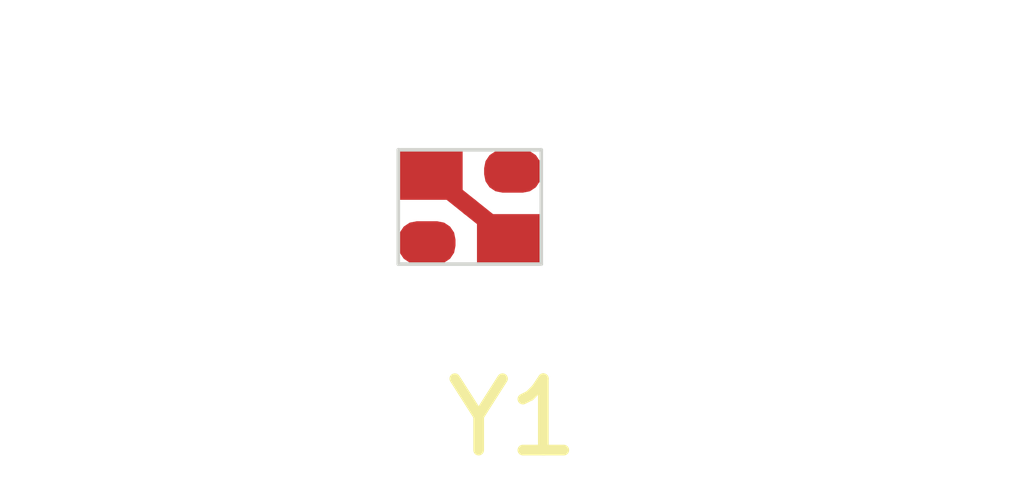
<source format=kicad_pcb>
(kicad_pcb (version 20171130) (host pcbnew "(5.1.5)-3")

  (general
    (thickness 1.6)
    (drawings 4)
    (tracks 2)
    (zones 0)
    (modules 1)
    (nets 5)
  )

  (page A4)
  (layers
    (0 F.Cu signal)
    (31 B.Cu signal)
    (32 B.Adhes user)
    (33 F.Adhes user)
    (34 B.Paste user)
    (35 F.Paste user)
    (36 B.SilkS user)
    (37 F.SilkS user)
    (38 B.Mask user)
    (39 F.Mask user)
    (40 Dwgs.User user)
    (41 Cmts.User user)
    (42 Eco1.User user)
    (43 Eco2.User user)
    (44 Edge.Cuts user)
    (45 Margin user)
    (46 B.CrtYd user)
    (47 F.CrtYd user)
    (48 B.Fab user)
    (49 F.Fab user)
  )

  (setup
    (last_trace_width 0.25)
    (trace_clearance 0.2)
    (zone_clearance 0.508)
    (zone_45_only no)
    (trace_min 0.2)
    (via_size 0.8)
    (via_drill 0.4)
    (via_min_size 0.4)
    (via_min_drill 0.3)
    (uvia_size 0.3)
    (uvia_drill 0.1)
    (uvias_allowed no)
    (uvia_min_size 0.2)
    (uvia_min_drill 0.1)
    (edge_width 0.05)
    (segment_width 0.2)
    (pcb_text_width 0.3)
    (pcb_text_size 1.5 1.5)
    (mod_edge_width 0.12)
    (mod_text_size 1 1)
    (mod_text_width 0.15)
    (pad_size 1.3 1)
    (pad_drill 0)
    (pad_to_mask_clearance 0.051)
    (solder_mask_min_width 0.25)
    (aux_axis_origin 0 0)
    (visible_elements FFFFFF7F)
    (pcbplotparams
      (layerselection 0x01000_7fffffff)
      (usegerberextensions false)
      (usegerberattributes false)
      (usegerberadvancedattributes false)
      (creategerberjobfile false)
      (excludeedgelayer true)
      (linewidth 0.100000)
      (plotframeref false)
      (viasonmask false)
      (mode 1)
      (useauxorigin false)
      (hpglpennumber 1)
      (hpglpenspeed 20)
      (hpglpendiameter 15.000000)
      (psnegative false)
      (psa4output false)
      (plotreference true)
      (plotvalue true)
      (plotinvisibletext false)
      (padsonsilk false)
      (subtractmaskfromsilk false)
      (outputformat 1)
      (mirror false)
      (drillshape 0)
      (scaleselection 1)
      (outputdirectory "2.0x1.6/"))
  )

  (net 0 "")
  (net 1 "Net-(Y1-Pad2)")
  (net 2 "Net-(Y1-Pad4)")
  (net 3 "Net-(Y1-Pad1)")
  (net 4 "Net-(Y1-Pad3)")

  (net_class Default "This is the default net class."
    (clearance 0.2)
    (trace_width 0.25)
    (via_dia 0.8)
    (via_drill 0.4)
    (uvia_dia 0.3)
    (uvia_drill 0.1)
    (add_net "Net-(Y1-Pad1)")
    (add_net "Net-(Y1-Pad2)")
    (add_net "Net-(Y1-Pad3)")
    (add_net "Net-(Y1-Pad4)")
  )

  (module abracon:C2.0x1.6 (layer F.Cu) (tedit 5E4FD5AB) (tstamp 5E5016C4)
    (at 0 -1.6)
    (path /5E50BDDE)
    (fp_text reference Y1 (at 1.6 3.75) (layer F.SilkS)
      (effects (font (size 1 1) (thickness 0.15)))
    )
    (fp_text value AXS-2016-04-04 (at 1.6 -1.25) (layer F.Fab)
      (effects (font (size 1 1) (thickness 0.15)))
    )
    (pad 2 smd roundrect (at 1.6 0.3) (size 0.8 0.6) (layers F.Cu F.Paste F.Mask) (roundrect_rratio 0.429)
      (net 1 "Net-(Y1-Pad2)"))
    (pad 4 smd roundrect (at 0.4 1.3) (size 0.8 0.6) (layers F.Cu F.Paste F.Mask) (roundrect_rratio 0.429)
      (net 2 "Net-(Y1-Pad4)"))
    (pad 1 smd rect (at 0.45 0.35) (size 0.9 0.7) (layers F.Cu F.Paste F.Mask)
      (net 3 "Net-(Y1-Pad1)"))
    (pad 3 smd rect (at 1.55 1.25) (size 0.9 0.7) (layers F.Cu F.Paste F.Mask)
      (net 4 "Net-(Y1-Pad3)"))
  )

  (gr_line (start 0 -1.6) (end 0 0) (layer Edge.Cuts) (width 0.05) (tstamp 5E501798))
  (gr_line (start 2 -1.6) (end 0 -1.6) (layer Edge.Cuts) (width 0.05))
  (gr_line (start 2 0) (end 2 -1.6) (layer Edge.Cuts) (width 0.05))
  (gr_line (start 0 0) (end 2 0) (layer Edge.Cuts) (width 0.05))

  (segment (start 1 -0.8) (end 1.5 -0.4) (width 0.25) (layer F.Cu) (net 0))
  (segment (start 0.5 -1.2) (end 1 -0.8) (width 0.25) (layer F.Cu) (net 0))

)

</source>
